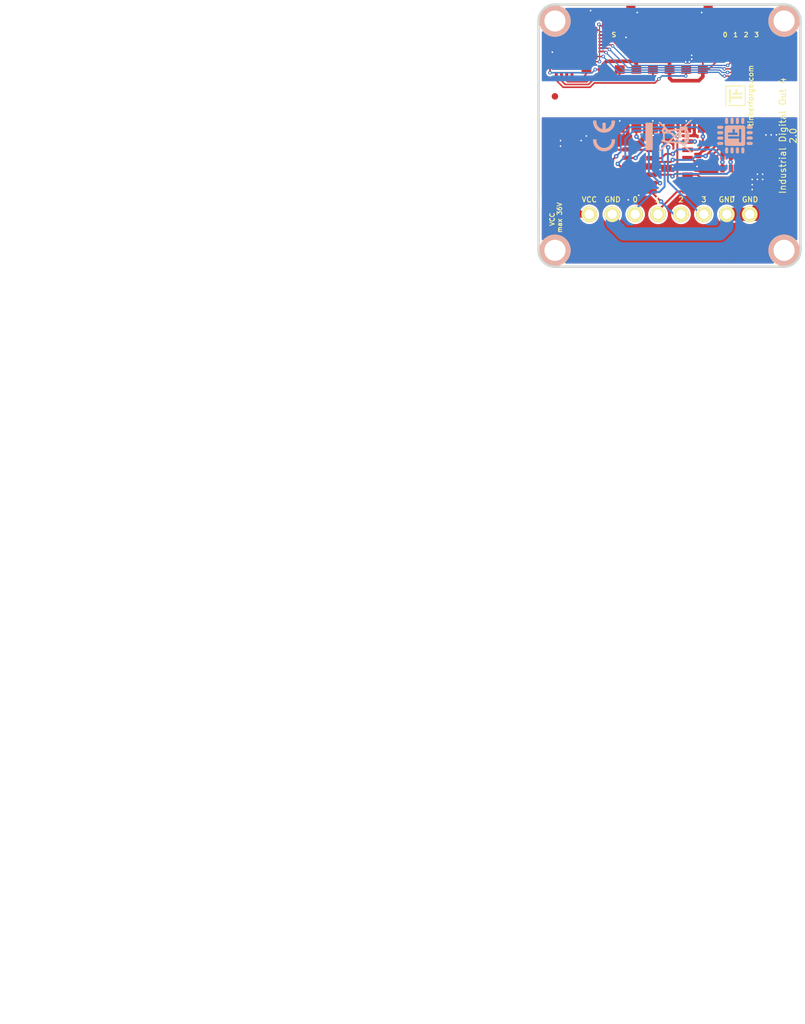
<source format=kicad_pcb>
(kicad_pcb (version 20211014) (generator pcbnew)
  (title_block (title "Industrial Digital Out 4 Bricklet 2.0") (date "2023-01-30") (rev "2.0") (company "Tinkerforge GmbH") (comment 1 "Licensed under CERN OHL v.1.1") (comment 2 "Copyright (©) 2023, T.Schneidermann <tim@tinkerforge.com>"))
  (layers (0 "F.Cu" signal "Front") (31 "B.Cu" signal "Back") (34 "B.Paste" user) (35 "F.Paste" user) (36 "B.SilkS" user "B.Silkscreen") (37 "F.SilkS" user "F.Silkscreen") (38 "B.Mask" user) (39 "F.Mask" user) (44 "Edge.Cuts" user))
  (net 0 "")
  (net 1 "3V3")
  (net 2 "AGND")
  (net 3 "GND")
  (net 4 "OUTPUT1")
  (net 5 "OUTPUT2")
  (net 6 "OUTPUT3")
  (net 7 "OUTPUT4")
  (net 8 "VPP")
  (net 9 "Net-(D1-Pad2)")
  (net 10 "Net-(P1-Pad1)")
  (net 11 "Net-(P1-Pad4)")
  (net 12 "Net-(P1-Pad5)")
  (net 13 "Net-(P1-Pad6)")
  (net 14 "Net-(P2-Pad2)")
  (net 15 "Net-(P2-Pad3)")
  (net 16 "Net-(P2-Pad4)")
  (net 17 "Net-(P2-Pad5)")
  (net 18 "Net-(P2-Pad6)")
  (net 19 "Net-(RP2-Pad1)")
  (net 20 "Net-(RP2-Pad2)")
  (net 21 "Net-(RP2-Pad3)")
  (net 22 "Net-(RP2-Pad4)")
  (net 23 "Net-(RP3-Pad1)")
  (net 24 "Net-(RP3-Pad2)")
  (net 25 "Net-(RP3-Pad3)")
  (net 26 "Net-(RP3-Pad4)")
  (net 27 "Net-(C4-Pad1)")
  (net 28 "Net-(D2-Pad2)")
  (net 29 "Net-(P3-Pad1)")
  (net 30 "Net-(P4-Pad2)")
  (net 31 "Net-(R2-Pad1)")
  (net 32 "S-MISO")
  (net 33 "S-MOSI")
  (net 34 "S-CLK")
  (net 35 "S-CS")
  (net 36 "Net-(U1-Pad3)")
  (net 37 "Net-(U1-Pad5)")
  (net 38 "Net-(U1-Pad6)")
  (net 39 "Net-(U1-Pad8)")
  (net 40 "Net-(U1-Pad4)")
  (net 41 "Net-(D3-Pad2)")
  (net 42 "Net-(D4-Pad2)")
  (net 43 "Net-(D5-Pad2)")
  (net 44 "Net-(D6-Pad2)")
  (net 45 "Net-(RP6-Pad1)")
  (net 46 "Net-(RP6-Pad2)")
  (net 47 "Net-(RP6-Pad3)")
  (net 48 "Net-(RP6-Pad4)")
  (net 49 "Net-(RP1-Pad1)")
  (net 50 "Net-(RP1-Pad2)")
  (net 51 "Net-(RP1-Pad3)")
  (net 52 "Net-(RP1-Pad4)")
  (net 53 "Net-(U1-Pad15)")
  (net 54 "Net-(U1-Pad16)")
  (footprint "kicad-libraries:Fiducial_Mark" (layer "F.Cu") (at 98.5 68)
    (fp_text reference "Fiducial_Mark" hide)
    (fp_text value "VAL**" hide)
  )
  (footprint "kicad-libraries:Fiducial_Mark" (layer "F.Cu") (at 133 44)
    (fp_text reference "Fiducial_Mark" hide)
    (fp_text value "VAL**" hide)
  )
  (footprint "kicad-libraries:Logo_31x31" (layer "F.Cu") (at 125.50106 53.5008 90)
    (fp_text reference "G***" hide)
    (fp_text value "Logo_31x31" hide)
  )
  (footprint "kicad-libraries:DEBUG_PAD" (layer "F.Cu") (at 105.5 40.2)
    (fp_text reference "P3")
    (fp_text value "DEBUG")
  )
  (footprint "kicad-libraries:QFN24-4x4mm-0.5mm" (layer "F.Cu") (at 104.6 43.9 -90)
    (fp_text reference "U1")
    (fp_text value "XMC1100")
  )
  (footprint "kicad-libraries:C0805" (layer "F.Cu") (at 118.9 44.5)
    (fp_text reference "C1")
    (fp_text value "10uF")
  )
  (footprint "kicad-libraries:C0805" (layer "F.Cu") (at 112.2 65.1 -90)
    (fp_text reference "C2")
    (fp_text value "100nF")
  )
  (footprint "kicad-libraries:ELKO_83" (layer "F.Cu") (at 101.9 62.2 -90)
    (fp_text reference "C3")
    (fp_text value "68µF/50V")
  )
  (footprint "kicad-libraries:C0402F" (layer "F.Cu") (at 111.6 43 180)
    (fp_text reference "C4")
    (fp_text value "220pF")
  )
  (footprint "kicad-libraries:C0603F" (layer "F.Cu") (at 118.9 46)
    (fp_text reference "C5")
    (fp_text value "1uF")
  )
  (footprint "kicad-libraries:C0603F" (layer "F.Cu") (at 99.8 44.5 180)
    (fp_text reference "C6")
    (fp_text value "100nF")
  )
  (footprint "kicad-libraries:MiniMelf" (layer "F.Cu") (at 132.5 60.8 90)
    (fp_text reference "D1")
    (fp_text value "Z12V")
  )
  (footprint "kicad-libraries:D0603F" (layer "F.Cu") (at 108.5 40.5 90)
    (fp_text reference "D2")
    (fp_text value "blue")
  )
  (footprint "kicad-libraries:D0603F" (layer "F.Cu") (at 125.5 40.5 -90)
    (fp_text reference "D3")
    (fp_text value "blue")
  )
  (footprint "kicad-libraries:D0603F" (layer "F.Cu") (at 127.1 40.5 -90)
    (fp_text reference "D4")
    (fp_text value "blue")
  )
  (footprint "kicad-libraries:D0603F" (layer "F.Cu") (at 128.7 40.5 -90)
    (fp_text reference "D5")
    (fp_text value "blue")
  )
  (footprint "kicad-libraries:D0603F" (layer "F.Cu") (at 130.3 40.5 -90)
    (fp_text reference "D6")
    (fp_text value "blue")
  )
  (footprint "kicad-libraries:CON-SENSOR2" (layer "F.Cu") (at 117 38 180)
    (fp_text reference "P1")
    (fp_text value "CON-SENSOR2")
  )
  (footprint "kicad-libraries:OQ_8P" (layer "F.Cu") (at 117 70)
    (fp_text reference "P2")
    (fp_text value "Digital Output")
  )
  (footprint "kicad-libraries:SolderJumper" (layer "F.Cu") (at 103.8 39.4 -90)
    (fp_text reference "P4")
    (fp_text value "BOOT")
  )
  (footprint "kicad-libraries:SOT23GDS" (layer "F.Cu") (at 132.2 66.7)
    (fp_text reference "Q1")
    (fp_text value "FDN5630")
  )
  (footprint "kicad-libraries:R0603F" (layer "F.Cu") (at 130.6 61.7 -90)
    (fp_text reference "R1")
    (fp_text value "100k")
  )
  (footprint "kicad-libraries:R0603F" (layer "F.Cu") (at 107.1 40.5 90)
    (fp_text reference "R2")
    (fp_text value "1k")
  )
  (footprint "kicad-libraries:0603X4" (layer "F.Cu") (at 100.9 48.1 180)
    (fp_text reference "RP1")
    (fp_text value "1k")
  )
  (footprint "kicad-libraries:1206X4" (layer "F.Cu") (at 108.8 62 90)
    (fp_text reference "RP2")
    (fp_text value "12k")
  )
  (footprint "kicad-libraries:1206X4" (layer "F.Cu") (at 127 59.5)
    (fp_text reference "RP3")
    (fp_text value "10k")
  )
  (footprint "kicad-libraries:1206X4" (layer "F.Cu") (at 127 64.6)
    (fp_text reference "RP4")
    (fp_text value "10k")
  )
  (footprint "kicad-libraries:4X0402" (layer "F.Cu") (at 111.8 44.7 90)
    (fp_text reference "RP5")
    (fp_text value "82")
  )
  (footprint "kicad-libraries:0603X4" (layer "F.Cu") (at 127.9 44.9 180)
    (fp_text reference "RP6")
    (fp_text value "1k")
  )
  (footprint "kicad-libraries:OPTO-SMD16" (layer "F.Cu") (at 113.2 52.4 180)
    (fp_text reference "U2")
    (fp_text value "LTV846S")
  )
  (footprint "kicad-libraries:SOP14" (layer "F.Cu") (at 116.99996 62.7 -90)
    (fp_text reference "U3")
    (fp_text value "OPA4171AIDR")
  )
  (footprint "kicad-libraries:DRILL_NP" (layer "F.Cu") (at 134.5 40.5)
    (fp_text reference "U4" hide)
    (fp_text value "DRILL" hide)
  )
  (footprint "kicad-libraries:DRILL_NP" (layer "F.Cu") (at 134.5 75.5)
    (fp_text reference "U5" hide)
    (fp_text value "DRILL" hide)
  )
  (footprint "kicad-libraries:DRILL_NP" (layer "F.Cu") (at 99.5 75.5)
    (fp_text reference "U6" hide)
    (fp_text value "DRILL" hide)
  )
  (footprint "kicad-libraries:DRILL_NP" (layer "F.Cu") (at 99.5 40.5)
    (fp_text reference "U7" hide)
    (fp_text value "DRILL" hide)
  )
  (footprint "kicad-libraries:Fiducial_Mark" (layer "F.Cu") (at 99.5 52)
    (fp_text reference "Fiducial_Mark" hide)
    (fp_text value "VAL**" hide)
  )
  (footprint "kicad-libraries:WEEE_7mm" (layer "B.Cu") (at 116.90106 58.1008 90)
    (fp_text reference "VAL" hide)
    (fp_text value "WEEE_7mm" hide)
  )
  (footprint "kicad-libraries:CE_5mm" (layer "B.Cu") (at 107.00106 58.0008 90)
    (fp_text reference "VAL" hide)
    (fp_text value "CE_5mm" hide)
  )
  (footprint "kicad-libraries:Logo_CoMCU" (layer "B.Cu") (at 127.00106 58.0008 90)
    (fp_text reference "G***" hide)
    (fp_text value "LOGO" hide)
  )
  (gr_arc (start 99.5 78) (mid 97.732233 77.267767) (end 97 75.5) (layer "Edge.Cuts") (width 0.381))
  (gr_line (start 99.5 38) (end 134.5 38) (layer "Edge.Cuts") (width 0.381))
  (gr_arc (start 137 75.5) (mid 136.267767 77.267767) (end 134.5 78) (layer "Edge.Cuts") (width 0.381))
  (gr_line (start 97 75.5) (end 97 40.5) (layer "Edge.Cuts") (width 0.381))
  (gr_arc (start 97 40.5) (mid 97.732233 38.732233) (end 99.5 38) (layer "Edge.Cuts") (width 0.381))
  (gr_line (start 134.5 78) (end 99.5 78) (layer "Edge.Cuts") (width 0.381))
  (gr_line (start 137 40.5) (end 137 75.5) (layer "Edge.Cuts") (width 0.381))
  (gr_arc (start 134.5 38) (mid 136.267767 38.732233) (end 137 40.5) (layer "Edge.Cuts") (width 0.381))
  (gr_text "GND" (at 125.75026 67.75102) (layer "F.SilkS") (effects (font (size 0.8001 0.8001) (thickness 0.14986))))
  (gr_text "S" (at 108.50106 42.6008) (layer "F.SilkS") (effects (font (size 0.7 0.7))))
  (gr_text "3" (at 122.25014 67.75102) (layer "F.SilkS") (effects (font (size 0.8001 0.8001) (thickness 0.14986))))
  (gr_text "0" (at 125.50106 42.6008) (layer "F.SilkS") (effects (font (size 0.7 0.7))))
  (gr_text "Industrial Digital Out 4\n2.0" (at 135.09106 58.0108 90) (layer "F.SilkS") (effects (font (size 1 1))))
  (gr_text "3\n" (at 130.29984 42.6008) (layer "F.SilkS") (effects (font (size 0.7 0.7))))
  (gr_text "GND" (at 129.30118 67.75102) (layer "F.SilkS") (effects (font (size 0.8001 0.8001) (thickness 0.14986))))
  (gr_text "VCC" (at 104.74954 67.75102) (layer "F.SilkS") (effects (font (size 0.8001 0.8001) (thickness 0.14986))))
  (gr_text "1" (at 115.15084 67.75102) (layer "F.SilkS") (effects (font (size 0.8001 0.8001) (thickness 0.14986))))
  (gr_text "GND" (at 108.30046 67.75102) (layer "F.SilkS") (effects (font (size 0.8001 0.8001) (thickness 0.14986))))
  (gr_text "0" (at 111.74978 67.75102) (layer "F.SilkS") (effects (font (size 0.8001 0.8001) (thickness 0.14986))))
  (gr_text "tinkerforge.com" (at 129.40106 51.9008 90) (layer "F.SilkS") (effects (font (size 0.8001 0.8001) (thickness 0.14986))))
  (gr_text "2" (at 118.75002 67.75102) (layer "F.SilkS") (effects (font (size 0.8001 0.8001) (thickness 0.14986))))
  (gr_text "1" (at 127.09984 42.6008) (layer "F.SilkS") (effects (font (size 0.7 0.7))))
  (gr_text "2" (at 128.69984 42.6008) (layer "F.SilkS") (effects (font (size 0.7 0.7))))
  (gr_text "VCC \nmax 36V" (at 99.64922 70.4993 90) (layer "F.SilkS") (effects (font (size 0.70104 0.70104) (thickness 0.14986))))
  (segment (start 128.69984 39.7508) (end 127.09984 39.7508) (width 0.55) (layer "F.Cu") (net 1))
  (segment (start 127.09984 39.7508) (end 125.49984 39.7508) (width 0.55) (layer "F.Cu") (net 1))
  (segment (start 117.40984 46.0008) (end 117.00758 46.40306) (width 0.55) (layer "F.Cu") (net 1))
  (segment (start 117.00758 46.40306) (end 117.00758 47.90092) (width 0.55) (layer "F.Cu") (net 1))
  (segment (start 118.24984 43.6308) (end 117.89908 43.98156) (width 0.55) (layer "F.Cu") (net 1))
  (segment (start 117.89908 43.98156) (end 117.89908 44.5008) (width 0.55) (layer "F.Cu") (net 1))
  (segment (start 117.89908 45.15004) (end 118.14984 45.4008) (width 0.55) (layer "F.Cu") (net 1))
  (segment (start 118.14984 45.4008) (end 118.14984 46.0008) (width 0.55) (layer "F.Cu") (net 1))
  (segment (start 106.85266 47.16798) (end 107.36984 46.6508) (width 0.55) (layer "F.Cu") (net 1))
  (segment (start 107.36984 46.6508) (end 111.61984 46.6508) (width 0.55) (layer "F.Cu") (net 1))
  (segment (start 111.61984 46.6508) (end 111.93266 46.96362) (width 0.55) (layer "F.Cu") (net 1))
  (segment (start 111.93266 46.96362) (end 111.93266 47.90092) (width 0.55) (layer "F.Cu") (net 1))
  (segment (start 116.75984 46.6508) (end 117.00758 46.40306) (width 0.55) (layer "F.Cu") (net 1))
  (segment (start 117.00758 49.22854) (end 117.38984 49.6108) (width 0.55) (layer "F.Cu") (net 1))
  (segment (start 117.38984 49.6108) (end 121.47984 49.6108) (width 0.55) (layer "F.Cu") (net 1))
  (segment (start 121.47984 49.6108) (end 122.08758 49.00306) (width 0.55) (layer "F.Cu") (net 1))
  (segment (start 122.08758 49.00306) (end 122.08758 47.90092) (width 0.55) (layer "F.Cu") (net 1))
  (segment (start 122.95972 47.90092) (end 124.51984 46.3408) (width 0.25) (layer "F.Cu") (net 1))
  (segment (start 124.51984 46.3408) (end 124.51984 40.1408) (width 0.25) (layer "F.Cu") (net 1))
  (segment (start 124.51984 40.1408) (end 124.90984 39.7508) (width 0.25) (layer "F.Cu") (net 1))
  (segment (start 124.90984 39.7508) (end 125.49984 39.7508) (width 0.25) (layer "F.Cu") (net 1))
  (segment (start 101.64984 44.1508) (end 101.26984 44.5308) (width 0.25) (layer "F.Cu") (net 1))
  (segment (start 101.26984 44.5308) (end 100.59984 44.5308) (width 0.25) (layer "F.Cu") (net 1))
  (segment (start 121.57984 41.2508) (end 122.08758 41.75854) (width 0.25) (layer "F.Cu") (net 1))
  (segment (start 122.08758 41.75854) (end 122.08758 47.90092) (width 0.25) (layer "F.Cu") (net 1))
  (segment (start 105.67094 47.90092) (end 105.66106 47.9108) (width 0.25) (layer "F.Cu") (net 1))
  (segment (start 98.74106 48.3908) (end 98.75106 48.3808) (width 0.25) (layer "F.Cu") (net 1))
  (segment (start 98.75106 48.3808) (end 98.75106 46.9308) (width 0.25) (layer "F.Cu") (net 1))
  (segment (start 98.75106 46.9308) (end 100.59984 45.08202) (width 0.25) (layer "F.Cu") (net 1))
  (segment (start 100.59984 45.08202) (end 100.59984 44.5308) (width 0.25) (layer "F.Cu") (net 1))
  (segment (start 111.61984 46.6508) (end 116.75984 46.6508) (width 0.55) (layer "F.Cu") (net 1))
  (segment (start 130.29984 39.7508) (end 128.69984 39.7508) (width 0.55) (layer "F.Cu") (net 1))
  (segment (start 102.57484 44.1508) (end 101.64984 44.1508) (width 0.25) (layer "F.Cu") (net 1))
  (segment (start 122.08758 47.90092) (end 122.95972 47.90092) (width 0.25) (layer "F.Cu") (net 1))
  (segment (start 108.49984 41.2508) (end 121.57984 41.2508) (width 0.25) (layer "F.Cu") (net 1))
  (segment (start 106.85266 47.90092) (end 106.85266 47.16798) (width 0.55) (layer "F.Cu") (net 1))
  (segment (start 118.24984 42.6008) (end 118.24984 43.6308) (width 0.55) (layer "F.Cu") (net 1))
  (segment (start 117.89908 44.5008) (end 117.89908 45.15004) (width 0.55) (layer "F.Cu") (net 1))
  (segment (start 118.14984 46.0008) (end 117.40984 46.0008) (width 0.55) (layer "F.Cu") (net 1))
  (segment (start 106.85266 47.90092) (end 105.67094 47.90092) (width 0.25) (layer "F.Cu") (net 1))
  (segment (start 117.00758 47.90092) (end 117.00758 49.22854) (width 0.55) (layer "F.Cu") (net 1))
  (via (at 98.74106 48.3908) (size 0.55) (drill 0.25) (layers "F.Cu" "B.Cu") (net 1))
  (via (at 105.66106 47.9108) (size 0.55) (drill 0.25) (layers "F.Cu" "B.Cu") (net 1))
  (segment (start 105.66106 47.9108) (end 105.18106 48.3908) (width 0.25) (layer "B.Cu") (net 1))
  (segment (start 105.18106 48.3908) (end 98.74106 48.3908) (width 0.25) (layer "B.Cu") (net 1))
  (segment (start 125.07706 66.92584) (end 125.07706 66.17654) (width 0.29972) (layer "F.Cu") (net 2))
  (segment (start 125.43012 67.2789) (end 125.07706 66.92584) (width 0.29972) (layer "F.Cu") (net 2))
  (segment (start 112.25016 66.15082) (end 112.25016 67.04998) (width 1.00076) (layer "F.Cu") (net 2))
  (segment (start 100.35026 58.74926) (end 101.89966 58.74926) (width 0.29972) (layer "F.Cu") (net 2))
  (segment (start 128.07934 66.17654) (end 128.88198 66.17654) (width 0.29972) (layer "F.Cu") (net 2))
  (segment (start 119.54758 56.8976) (end 119.54758 55.75206) (width 0.29972) (layer "F.Cu") (net 2))
  (segment (start 129.62874 66.22988) (end 129.62874 65.8819) (width 0.29972) (layer "F.Cu") (net 2))
  (segment (start 114.46758 55.7673) (end 114.46758 56.8976) (width 0.29972) (layer "F.Cu") (net 2))
  (segment (start 114.46758 57.91614) (end 114.46758 56.8976) (width 0.29972) (layer "F.Cu") (net 2))
  (segment (start 131.22894 63.88038) (end 131.22894 64.68048) (width 1.00076) (layer "F.Cu") (net 2))
  (segment (start 109.39266 56.8976) (end 109.39266 55.75714) (width 0.29972) (layer "F.Cu") (net 2))
  (segment (start 111.39926 67.10078) (end 110.70076 67.79928) (width 1.00076) (layer "F.Cu") (net 2))
  (segment (start 132.52942 57.8809) (end 132.52942 58.92992) (width 1.00076) (layer "F.Cu") (net 2))
  (segment (start 132.52942 57.8809) (end 133.32952 57.8809) (width 1.00076) (layer "F.Cu") (net 2))
  (segment (start 104.31266 58.03806) (end 104.31266 56.8976) (width 0.29972) (layer "F.Cu") (net 2))
  (segment (start 114.4498 55.74952) (end 114.46758 55.7673) (width 0.29972) (layer "F.Cu") (net 2))
  (segment (start 127.59166 67.2789) (end 126.82966 67.2789) (width 0.29972) (layer "F.Cu") (net 2))
  (segment (start 126.34706 67.26112) (end 126.32928 67.2789) (width 0.29972) (layer "F.Cu") (net 2))
  (segment (start 100.35026 59.60016) (end 100.35026 58.74926) (width 0.29972) (layer "F.Cu") (net 2))
  (segment (start 129.62874 65.48058) (end 129.62874 64.68048) (width 1.00076) (layer "F.Cu") (net 2))
  (segment (start 129.62874 64.68048) (end 130.42884 64.68048) (width 1.00076) (layer "F.Cu") (net 2))
  (segment (start 126.34706 66.17654) (end 126.34706 67.26112) (width 0.29972) (layer "F.Cu") (net 2))
  (segment (start 126.32928 67.2789) (end 125.43012 67.2789) (width 0.29972) (layer "F.Cu") (net 2))
  (segment (start 119.74824 62.69896) (end 121.20112 62.69896) (width 0.29972) (layer "F.Cu") (net 2))
  (segment (start 109.39266 55.75714) (end 109.40028 55.74952) (width 0.29972) (layer "F.Cu") (net 2))
  (segment (start 114.5006 57.94916) (end 114.46758 57.91614) (width 0.29972) (layer "F.Cu") (net 2))
  (segment (start 130.42884 63.88038) (end 131.22894 63.88038) (width 1.00076) (layer "F.Cu") (net 2))
  (segment (start 101.89966 58.74926) (end 103.49986 58.74926) (width 0.29972) (layer "F.Cu") (net 2))
  (segment (start 126.34706 66.17654) (end 127.61198 66.17654) (width 0.29972) (layer "F.Cu") (net 2))
  (segment (start 129.62874 65.8819) (end 129.3341 66.17654) (width 1.00076) (layer "F.Cu") (net 2))
  (segment (start 131.72932 57.8809) (end 132.52942 57.8809) (width 1.00076) (layer "F.Cu") (net 2))
  (segment (start 128.88198 67.02744) (end 128.88198 66.17654) (width 0.29972) (layer "F.Cu") (net 2))
  (segment (start 131.24164 65.66346) (end 131.24164 64.69318) (width 1.00076) (layer "F.Cu") (net 2))
  (segment (start 116.05 62.69896) (end 115.54962 63.19934) (width 0.29972) (layer "F.Cu") (net 2))
  (segment (start 130.42884 64.68048) (end 130.42884 63.88038) (width 1.00076) (layer "F.Cu") (net 2))
  (segment (start 128.6102 67.29922) (end 128.88198 67.02744) (width 0.29972) (layer "F.Cu") (net 2))
  (segment (start 112.30096 67.10078) (end 111.39926 67.10078) (width 1.00076) (layer "F.Cu") (net 2))
  (segment (start 129.3341 66.17654) (end 128.88198 66.17654) (width 1.00076) (layer "F.Cu") (net 2))
  (segment (start 131.24164 64.69318) (end 131.22894 64.68048) (width 1.00076) (layer "F.Cu") (net 2))
  (segment (start 117.50034 62.69896) (end 116.05 62.69896) (width 0.29972) (layer "F.Cu") (net 2))
  (segment (start 127.61198 66.17654) (end 128.07934 66.17654) (width 0.29972) (layer "F.Cu") (net 2))
  (segment (start 127.61198 67.29922) (end 127.59166 67.2789) (width 0.29972) (layer "F.Cu") (net 2))
  (segment (start 126.82966 67.2789) (end 126.32928 67.2789) (width 0.29972) (layer "F.Cu") (net 2))
  (segment (start 127.61198 67.29922) (end 128.6102 67.29922) (width 0.29972) (layer "F.Cu") (net 2))
  (segment (start 112.25016 67.04998) (end 112.30096 67.10078) (width 1.00076) (layer "F.Cu") (net 2))
  (segment (start 119.54758 55.75206) (end 119.55012 55.74952) (width 0.29972) (layer "F.Cu") (net 2))
  (segment (start 125.07706 66.17654) (end 126.34706 66.17654) (width 0.29972) (layer "F.Cu") (net 2))
  (segment (start 126.34706 67.26112) (end 126.32928 67.2789) (width 0.29972) (layer "F.Cu") (net 2))
  (segment (start 127.61198 66.17654) (end 127.61198 67.29922) (width 0.29972) (layer "F.Cu") (net 2))
  (segment (start 104.29996 58.05076) (end 104.31266 58.03806) (width 0.29972) (layer "F.Cu") (net 2))
  (via (at 131.22894 63.88038) (size 0.70104) (drill 0.24892) (layers "F.Cu" "B.Cu") (net 2))
  (via (at 132.52942 57.8809) (size 0.70104) (drill 0.24892) (layers "F.Cu" "B.Cu") (net 2))
  (via (at 114.5006 57.94916) (size 0.70104) (drill 0.24892) (layers "F.Cu" "B.Cu") (net 2))
  (via (at 117.50034 62.69896) (size 0.70104) (drill 0.24892) (layers "F.Cu" "B.Cu") (net 2))
  (via (at 129.62874 66.22988) (size 0.70104) (drill 0.24892) (layers "F.Cu" "B.Cu") (net 2))
  (via (at 126.82966 67.2789) (size 0.70104) (drill 0.24892) (layers "F.Cu" "B.Cu") (net 2))
  (via (at 109.40028 55.74952) (size 0.70104) (drill 0.24892) (layers "F.Cu" "B.Cu") (net 2))
  (via (at 100.35026 59.60016) (size 0.70104) (drill 0.24892) (layers "F.Cu" "B.Cu") (net 2))
  (via (at 100.35026 58.74926) (size 0.70104) (drill 0.24892) (layers "F.Cu" "B.Cu") (net 2))
  (via (at 104.29996 58.05076) (size 0.70104) (drill 0.24892) (layers "F.Cu" "B.Cu") (net 2))
  (via (at 119.55012 55.74952) (size 0.70104) (drill 0.24892) (layers "F.Cu" "B.Cu") (net 2))
  (via (at 130.42884 64.68048) (size 0.70104) (drill 0.24892) (layers "F.Cu" "B.Cu") (net 2))
  (via (at 130.42884 63.88038) (size 0.70104) (drill 0.24892) (layers "F.Cu" "B.Cu") (net 2))
  (via (at 133.32952 57.8809) (size 0.70104) (drill 0.24892) (layers "F.Cu" "B.Cu") (net 2))
  (via (at 129.62874 65.48058) (size 0.70104) (drill 0.24892) (layers "F.Cu" "B.Cu") (net 2))
  (via (at 131.22894 64.68048) (size 0.70104) (drill 0.24892) (layers "F.Cu" "B.Cu") (net 2))
  (via (at 110.70076 67.79928) (size 0.70104) (drill 0.24892) (layers "F.Cu" "B.Cu") (net 2))
  (via (at 129.62874 64.68048) (size 0.70104) (drill 0.24892) (layers "F.Cu" "B.Cu") (net 2))
  (via (at 103.49986 58.74926) (size 0.70104) (drill 0.24892) (layers "F.Cu" "B.Cu") (net 2))
  (via (at 112.30096 67.10078) (size 0.70104) (drill 0.24892) (layers "F.Cu" "B.Cu") (net 2))
  (via (at 121.20112 62.69896) (size 0.70104) (drill 0.24892) (layers "F.Cu" "B.Cu") (net 2))
  (via (at 115.54962 63.19934) (size 0.70104) (drill 0.24892) (layers "F.Cu" "B.Cu") (net 2))
  (via (at 114.4498 55.74952) (size 0.70104) (drill 0.24892) (layers "F.Cu" "B.Cu") (net 2))
  (via (at 131.72932 57.8809) (size 0.70104) (drill 0.24892) (layers "F.Cu" "B.Cu") (net 2))
  (segment (start 130.39804 55.74952) (end 132.52942 57.8809) (width 1) (layer "B.Cu") (net 2))
  (segment (start 104.19836 58.05076) (end 104.29996 58.05076) (width 0.29972) (layer "B.Cu") (net 2))
  (segment (start 128.14106 55.74952) (end 130.39804 55.74952) (width 1) (layer "B.Cu") (net 2))
  (segment (start 107.09904 58.05076) (end 104.29996 58.05076) (width 0.29972) (layer "B.Cu") (net 2))
  (segment (start 132.52942 57.8809) (end 132.52942 62.5799) (width 1.00076) (layer "B.Cu") (net 2))
  (segment (start 109.40028 55.74952) (end 114.4498 55.74952) (width 0.29972) (layer "B.Cu") (net 2))
  (segment (start 115.00098 62.6507) (end 115.00098 58.44954) (width 0.29972) (layer "B.Cu") (net 2))
  (segment (start 103.49986 65.19832) (end 103.49986 58.74926) (width 0.29972) (layer "B.Cu") (net 2))
  (segment (start 132.52942 62.5799) (end 131.22894 63.88038) (width 1.00076) (layer "B.Cu") (net 2))
  (segment (start 119.55012 55.74952) (end 114.4498 55.74952) (width 0.29972) (layer "B.Cu") (net 2))
  (segment (start 119.55012 55.74952) (end 128.14106 55.74952) (width 1.00076) (layer "B.Cu") (net 2))
  (segment (start 130.37804 55.72952) (end 132.52942 57.8809) (width 1.00076) (layer "B.Cu") (net 2))
  (segment (start 103.49986 58.74926) (end 104.19836 58.05076) (width 0.29972) (layer "B.Cu") (net 2))
  (segment (start 129.62874 65.48058) (end 129.62874 66.22988) (width 0.29972) (layer "B.Cu") (net 2))
  (segment (start 115.00098 58.44954) (end 114.5006 57.94916) (width 0.29972) (layer "B.Cu") (net 2))
  (segment (start 110.70076 67.79928) (end 106.10082 67.79928) (width 0.29972) (layer "B.Cu") (net 2))
  (segment (start 115.54962 63.19934) (end 115.00098 62.6507) (width 0.29972) (layer "B.Cu") (net 2))
  (segment (start 109.40028 55.74952) (end 107.09904 58.05076) (width 0.29972) (layer "B.Cu") (net 2))
  (segment (start 106.10082 67.79928) (end 103.49986 65.19832) (width 0.29972) (layer "B.Cu") (net 2))
  (segment (start 117.50034 62.69896) (end 121.20112 62.69896) (width 0.29972) (layer "B.Cu") (net 2))
  (segment (start 119.49984 43.5508) (end 119.9006 43.95156) (width 0.55) (layer "F.Cu") (net 3))
  (segment (start 119.9006 43.95156) (end 119.9006 44.5008) (width 0.55) (layer "F.Cu") (net 3))
  (segment (start 119.9006 45.25004) (end 119.64984 45.5008) (width 0.55) (layer "F.Cu") (net 3))
  (segment (start 119.64984 45.5008) (end 119.64984 46.0008) (width 0.55) (layer "F.Cu") (net 3))
  (segment (start 105.24984 43.2508) (end 105.24984 44.5508) (width 0.4) (layer "F.Cu") (net 3))
  (segment (start 105.24984 44.5508) (end 103.94984 44.5508) (width 0.4) (layer "F.Cu") (net 3))
  (segment (start 103.94984 44.5508) (end 103.94984 43.2508) (width 0.4) (layer "F.Cu") (net 3))
  (segment (start 103.54984 43.6508) (end 103.94984 43.2508) (width 0.25) (layer "F.Cu") (net 3))
  (segment (start 99.34984 43.6508) (end 99.09984 43.9008) (width 0.25) (layer "F.Cu") (net 3))
  (segment (start 99.09984 43.9008) (end 99.09984 44.5308) (width 0.25) (layer "F.Cu") (net 3))
  (segment (start 99.09984 45.25958) (end 99.10106 45.2608) (width 0.55) (layer "F.Cu") (net 3))
  (segment (start 104.15106 38.9108) (end 104.31106 39.0708) (width 0.2) (layer "F.Cu") (net 3))
  (segment (start 104.31106 39.0708) (end 104.31106 39.2408) (width 0.2) (layer "F.Cu") (net 3))
  (segment (start 104.31106 39.2408) (end 104.31106 39.1858) (width 0.2) (layer "F.Cu") (net 3))
  (segment (start 103.32106 38.9108) (end 103.19106 39.0408) (width 0.2) (layer "F.Cu") (net 3))
  (segment (start 103.19106 39.0408) (end 103.19106 39.2008) (width 0.2) (layer "F.Cu") (net 3))
  (segment (start 103.19106 39.2008) (end 103.21106 39.1858) (width 0.2) (layer "F.Cu") (net 3))
  (segment (start 120.13106 46.0008) (end 120.38106 45.7508) (width 0.55) (layer "F.Cu") (net 3))
  (segment (start 120.39106 46.3108) (end 120.08106 46.0008) (width 0.55) (layer "F.Cu") (net 3))
  (segment (start 120.03106 46.7208) (end 119.64984 46.33958) (width 0.55) (layer "F.Cu") (net 3))
  (segment (start 119.64984 46.55202) (end 119.47106 46.7308) (width 0.55) (layer "F.Cu") (net 3))
  (segment (start 120.02106 46.7308) (end 120.03106 46.7208) (width 0.55) (layer "F.Cu") (net 3))
  (segment (start 120.03106 46.6708) (end 120.39106 46.3108) (width 0.55) (layer "F.Cu") (net 3))
  (segment (start 120.38106 46.3008) (end 120.39106 46.3108) (width 0.55) (layer "F.Cu") (net 3))
  (segment (start 119.89984 45.7508) (end 119.64984 46.0008) (width 0.55) (layer "F.Cu") (net 3))
  (segment (start 111.09984 39.2008) (end 112.07984 39.2008) (width 0.55) (layer "F.Cu") (net 3))
  (segment (start 120.38106 45.7508) (end 120.38106 46.3008) (width 0.55) (layer "F.Cu") (net 3))
  (segment (start 119.64984 46.0008) (end 120.08106 46.0008) (width 0.55) (layer "F.Cu") (net 3))
  (segment (start 103.76106 38.9108) (end 104.94106 38.9108) (width 0.2) (layer "F.Cu") (net 3))
  (segment (start 119.9006 44.5008) (end 119.9006 45.25004) (width 0.55) (layer "F.Cu") (net 3))
  (segment (start 102.57484 43.6508) (end 99.34984 43.6508) (width 0.25) (layer "F.Cu") (net 3))
  (segment (start 119.64984 46.0008) (end 120.13106 46.0008) (width 0.55) (layer "F.Cu") (net 3))
  (segment (start 119.47106 46.17958) (end 119.47106 46.7308) (width 0.55) (layer "F.Cu") (net 3))
  (segment (start 99.09984 44.5308) (end 99.09984 45.25958) (width 0.55) (layer "F.Cu") (net 3))
  (segment (start 119.47106 46.7308) (end 120.02106 46.7308) (width 0.55) (layer "F.Cu") (net 3))
  (segment (start 120.38106 45.7508) (end 119.89984 45.7508) (width 0.55) (layer "F.Cu") (net 3))
  (segment (start 120.03106 46.7208) (end 120.03106 46.6708) (width 0.55) (layer "F.Cu") (net 3))
  (segment (start 103.94984 43.2508) (end 105.24984 43.2508) (width 0.4) (layer "F.Cu") (net 3))
  (segment (start 103.76106 38.9108) (end 104.15106 38.9108) (width 0.2) (layer "F.Cu") (net 3))
  (segment (start 103.76106 38.9108) (end 103.32106 38.9108) (width 0.2) (layer "F.Cu") (net 3))
  (segment (start 110.99984 43.0008) (end 110.34984 43.0008) (width 0.55) (layer "F.Cu") (net 3))
  (segment (start 119.64984 46.0008) (end 119.64984 46.33958) (width 0.55) (layer "F.Cu") (net 3))
  (segment (start 102.57484 43.6508) (end 103.54984 43.6508) (width 0.25) (layer "F.Cu") (net 3))
  (segment (start 119.49984 42.6008) (end 119.49984 43.5508) (width 0.55) (layer "F.Cu") (net 3))
  (segment (start 119.64984 46.55202) (end 119.64984 46.0008) (width 0.55) (layer "F.Cu") (net 3))
  (segment (start 122.89984 39.2008) (end 121.91984 39.2008) (width 0.55) (layer "F.Cu") (net 3))
  (via (at 104.94106 38.9108) (size 0.55) (drill 0.25) (layers "F.Cu" "B.Cu") (net 3))
  (via (at 112.07984 39.2008) (size 0.55) (drill 0.25) (layers "F.Cu" "B.Cu") (net 3))
  (via (at 121.91984 39.2008) (size 0.55) (drill 0.25) (layers "F.Cu" "B.Cu") (net 3))
  (via (at 120.38106 45.7508) (size 0.55) (drill 0.25) (layers "F.Cu" "B.Cu") (net 3))
  (via (at 120.03106 46.7208) (size 0.55) (drill 0.25) (layers "F.Cu" "B.Cu") (net 3))
  (via (at 119.47106 46.7308) (size 0.55) (drill 0.25) (layers "F.Cu" "B.Cu") (net 3))
  (via (at 99.10106 45.2608) (size 0.55) (drill 0.25) (layers "F.Cu" "B.Cu") (net 3))
  (via (at 110.34984 43.0008) (size 0.55) (drill 0.25) (layers "F.Cu" "B.Cu") (net 3))
  (via (at 120.39106 46.3108) (size 0.55) (drill 0.25) (layers "F.Cu" "B.Cu") (net 3))
  (segment (start 102.09872 46.62314) (end 102.32106 46.4008) (width 0.2) (layer "F.Cu") (net 4))
  (segment (start 102.32106 46.4008) (end 102.72106 46.4008) (width 0.2) (layer "F.Cu") (net 4))
  (segment (start 102.72106 46.4008) (end 103.14106 46.8208) (width 0.2) (layer "F.Cu") (net 4))
  (segment (start 103.14106 46.8208) (end 103.63106 46.8208) (width 0.2) (layer "F.Cu") (net 4))
  (segment (start 103.63106 46.8208) (end 103.84984 46.60202) (width 0.2) (layer "F.Cu") (net 4))
  (segment (start 103.84984 46.60202) (end 103.84984 45.9258) (width 0.2) (layer "F.Cu") (net 4))
  (segment (start 102.09872 47.2999) (end 102.09872 46.62314) (width 0.2) (layer "F.Cu") (net 4))
  (segment (start 102.14484 45.9258) (end 101.29862 46.77202) (width 0.2) (layer "F.Cu") (net 5))
  (segment (start 101.29862 46.77202) (end 101.29862 47.2999) (width 0.2) (layer "F.Cu") (net 5))
  (segment (start 103.34984 45.9258) (end 102.14484 45.9258) (width 0.2) (layer "F.Cu") (net 5))
  (segment (start 102.10106 45.1508) (end 100.50106 46.7508) (width 0.2) (layer "F.Cu") (net 6))
  (segment (start 100.50106 46.7508) (end 100.50106 47.2999) (width 0.2) (layer "F.Cu") (net 6))
  (segment (start 102.57484 45.1508) (end 102.10106 45.1508) (width 0.2) (layer "F.Cu") (net 6))
  (segment (start 99.70096 46.8509) (end 99.70096 47.2999) (width 0.2) (layer "F.Cu") (net 7))
  (segment (start 99.70096 46.8009) (end 101.85106 44.6508) (width 0.2) (layer "F.Cu") (net 7))
  (segment (start 101.85106 44.6508) (end 102.57484 44.6508) (width 0.2) (layer "F.Cu") (net 7))
  (segment (start 99.70096 47.2999) (end 99.70096 46.8009) (width 0.2) (layer "F.Cu") (net 7))
  (segment (start 124.52842 57.88344) (end 124.0002 58.41166) (width 0.3) (layer "F.Cu") (net 8))
  (segment (start 124.0002 58.41166) (end 124.0002 58.90166) (width 0.3) (layer "F.Cu") (net 8))
  (segment (start 126.1337 57.88344) (end 125.28534 57.88344) (width 0.29972) (layer "F.Cu") (net 8))
  (segment (start 130.6295 58.87912) (end 129.63382 57.88344) (width 0.29972) (layer "F.Cu") (net 8))
  (segment (start 113.10106 62.69896) (end 112.25016 63.54986) (width 1.00076) (layer "F.Cu") (net 8))
  (segment (start 101.89966 68.50032) (end 101.89966 65.7495) (width 1.00076) (layer "F.Cu") (net 8))
  (segment (start 126.34706 57.88344) (end 126.1337 57.88344) (width 0.29972) (layer "F.Cu") (net 8))
  (segment (start 107.15238 60.14626) (end 107.15238 61.41626) (width 0.50038) (layer "F.Cu") (net 8))
  (segment (start 128.88198 57.88344) (end 128.42478 57.88344) (width 0.29972) (layer "F.Cu") (net 8))
  (segment (start 107.15238 63.95118) (end 107.15238 64.45156) (width 0.50038) (layer "F.Cu") (net 8))
  (segment (start 107.15238 61.41626) (end 107.15238 62.68118) (width 0.50038) (layer "F.Cu") (net 8))
  (segment (start 103.4008 70.00146) (end 101.89966 68.50032) (width 1.00076) (layer "F.Cu") (net 8))
  (segment (start 112.2019 64.1493) (end 111.25194 65.09926) (width 1.00076) (layer "F.Cu") (net 8))
  (segment (start 117.19808 62.00046) (end 117.4978 61.70074) (width 0.29972) (layer "F.Cu") (net 8))
  (segment (start 115.59788 62.00046) (end 117.19808 62.00046) (width 0.29972) (layer "F.Cu") (net 8))
  (segment (start 104.74954 70.00146) (end 103.4008 70.00146) (width 1.00076) (layer "F.Cu") (net 8))
  (segment (start 125.07706 57.88344) (end 124.52842 57.88344) (width 0.3) (layer "F.Cu") (net 8))
  (segment (start 107.15238 62.68118) (end 107.15238 63.95118) (width 0.50038) (layer "F.Cu") (net 8))
  (segment (start 125.28534 57.88344) (end 125.07706 57.88344) (width 0.29972) (layer "F.Cu") (net 8))
  (segment (start 107.80008 65.09926) (end 107.14984 65.7495) (width 1.00076) (layer "F.Cu") (net 8))
  (segment (start 124.0002 59.59762) (end 124.0002 58.90166) (width 0.29972) (layer "F.Cu") (net 8))
  (segment (start 117.4978 61.70074) (end 117.50034 61.70074) (width 0.29972) (layer "F.Cu") (net 8))
  (segment (start 111.25194 65.09926) (end 107.80008 65.09926) (width 1.00076) (layer "F.Cu") (net 8))
  (segment (start 107.14984 65.7495) (end 101.89966 65.7495) (width 1.00076) (layer "F.Cu") (net 8))
  (segment (start 107.15238 64.45156) (end 107.80008 65.09926) (width 0.50038) (layer "F.Cu") (net 8))
  (segment (start 129.63382 57.88344) (end 128.88198 57.88344) (width 0.29972) (layer "F.Cu") (net 8))
  (segment (start 128.42478 57.88344) (end 127.61198 57.88344) (width 0.29972) (layer "F.Cu") (net 8))
  (segment (start 122.49906 61.09876) (end 124.0002 59.59762) (width 0.29972) (layer "F.Cu") (net 8))
  (segment (start 127.61198 57.88344) (end 126.34706 57.88344) (width 0.29972) (layer "F.Cu") (net 8))
  (segment (start 130.6295 60.88064) (end 130.6295 58.87912) (width 0.29972) (layer "F.Cu") (net 8))
  (segment (start 114.25168 62.69896) (end 113.10106 62.69896) (width 1.00076) (layer "F.Cu") (net 8))
  (segment (start 114.89938 62.69896) (end 115.59788 62.00046) (width 0.29972) (layer "F.Cu") (net 8))
  (segment (start 114.25168 62.69896) (end 114.89938 62.69896) (width 0.29972) (layer "F.Cu") (net 8))
  (segment (start 112.25016 63.54986) (end 112.25016 64.1493) (width 1.00076) (layer "F.Cu") (net 8))
  (segment (start 112.25016 64.1493) (end 112.2019 64.1493) (width 1.00076) (layer "F.Cu") (net 8))
  (via (at 117.50034 61.70074) (size 0.70104) (drill 0.24892) (layers "F.Cu" "B.Cu") (net 8))
  (via (at 122.49906 61.09876) (size 0.70104) (drill 0.24892) (layers "F.Cu" "B.Cu") (net 8))
  (segment (start 121.003 61.09876) (end 122.49906 61.09876) (width 0.29972) (layer "B.Cu") (net 8))
  (segment (start 120.40102 61.70074) (end 121.003 61.09876) (width 0.29972) (layer "B.Cu") (net 8))
  (segment (start 117.50034 61.70074) (end 120.40102 61.70074) (width 0.29972) (layer "B.Cu") (net 8))
  (segment (start 130.77682 62.62816) (end 130.6295 62.48084) (width 0.29972) (layer "F.Cu") (net 9))
  (segment (start 133.01964 65.66346) (end 133.01964 63.11838) (width 0.29972) (layer "F.Cu") (net 9))
  (segment (start 132.52942 62.62816) (end 130.77682 62.62816) (width 0.29972) (layer "F.Cu") (net 9))
  (segment (start 133.01964 63.11838) (end 132.52942 62.62816) (width 0.29972) (layer "F.Cu") (net 9))
  (segment (start 116.99984 44.2508) (end 115.80054 45.4501) (width 0.2) (layer "F.Cu") (net 11))
  (segment (start 115.80054 45.4501) (end 112.37484 45.4501) (width 0.2) (layer "F.Cu") (net 11))
  (segment (start 116.99984 42.6008) (end 116.99984 44.2508) (width 0.2) (layer "F.Cu") (net 11))
  (segment (start 115.74984 44.1508) (end 114.95092 44.94972) (width 0.2) (layer "F.Cu") (net 12))
  (segment (start 114.95092 44.94972) (end 112.37484 44.94972) (width 0.2) (layer "F.Cu") (net 12))
  (segment (start 115.74984 42.6008) (end 115.74984 44.1508) (width 0.2) (layer "F.Cu") (net 12))
  (segment (start 114.49984 43.9008) (end 113.94876 44.45188) (width 0.2) (layer "F.Cu") (net 13))
  (segment (start 113.94876 44.45188) (end 112.37484 44.45188) (width 0.2) (layer "F.Cu") (net 13))
  (segment (start 114.49984 42.6008) (end 114.49984 43.9008) (width 0.2) (layer "F.Cu") (net 13))
  (segment (start 129.25038 70.00146) (end 130.31464 70.00146) (width 1.99898) (layer "F.Cu") (net 14))
  (segment (start 129.84464 69.98146) (end 132.13064 67.69546) (width 1.99898) (layer "F.Cu") (net 14))
  (segment (start 125.75026 70.00146) (end 129.25038 70.00146) (width 1.99898) (layer "F.Cu") (net 14))
  (segment (start 125.75026 71.94964) (end 125.75026 70.00146) (width 1.99898) (layer "B.Cu") (net 14))
  (segment (start 109.99972 72.99866) (end 124.70124 72.99866) (width 1.99898) (layer "B.Cu") (net 14))
  (segment (start 108.24966 71.2486) (end 109.99972 72.99866) (width 1.99898) (layer "B.Cu") (net 14))
  (segment (start 108.24966 70.00146) (end 108.24966 71.2486) (width 1.99898) (layer "B.Cu") (net 14))
  (segment (start 124.70124 72.99866) (end 125.75026 71.94964) (width 1.99898) (layer "B.Cu") (net 14))
  (segment (start 120.8506 58.89912) (end 120.84298 58.8915) (width 0.29972) (layer "F.Cu") (net 15))
  (segment (start 120.84298 58.8915) (end 119.74824 58.8915) (width 0.29972) (layer "F.Cu") (net 15))
  (via (at 120.8506 58.89912) (size 0.70104) (drill 0.24892) (layers "F.Cu" "B.Cu") (net 15))
  (segment (start 114.44726 66.6004) (end 115.44802 66.6004) (width 0.29972) (layer "B.Cu") (net 15))
  (segment (start 111.74978 69.29788) (end 114.44726 66.6004) (width 0.29972) (layer "B.Cu") (net 15))
  (segment (start 115.90014 59.64842) (end 116.64944 58.89912) (width 0.29972) (layer "B.Cu") (net 15))
  (segment (start 111.74978 70.00146) (end 111.74978 69.29788) (width 0.29972) (layer "B.Cu") (net 15))
  (segment (start 116.64944 58.89912) (end 120.8506 58.89912) (width 0.29972) (layer "B.Cu") (net 15))
  (segment (start 115.90014 61.8506) (end 115.90014 59.64842) (width 0.29972) (layer "B.Cu") (net 15))
  (segment (start 116.25066 62.20112) (end 115.90014 61.8506) (width 0.29972) (layer "B.Cu") (net 15))
  (segment (start 115.44802 66.6004) (end 116.25066 65.79776) (width 0.29972) (layer "B.Cu") (net 15))
  (segment (start 116.25066 65.79776) (end 116.25066 62.20112) (width 0.29972) (layer "B.Cu") (net 15))
  (segment (start 115.2499 69.45028) (end 115.2499 70.00146) (width 0.29972) (layer "F.Cu") (net 16))
  (segment (start 118.19376 66.50642) (end 115.2499 69.45028) (width 0.29972) (layer "F.Cu") (net 16))
  (segment (start 119.74824 66.50642) (end 118.19376 66.50642) (width 0.29972) (layer "F.Cu") (net 16))
  (segment (start 115.69948 68.05074) (end 114.25168 66.60294) (width 0.29972) (layer "F.Cu") (net 17))
  (segment (start 114.25168 66.60294) (end 114.25168 66.50642) (width 0.29972) (layer "F.Cu") (net 17))
  (via (at 115.69948 68.05074) (size 0.70104) (drill 0.24892) (layers "F.Cu" "B.Cu") (net 17))
  (segment (start 117.6502 70.00146) (end 115.69948 68.05074) (width 0.29972) (layer "B.Cu") (net 17))
  (segment (start 118.75002 70.00146) (end 117.6502 70.00146) (width 0.29972) (layer "B.Cu") (net 17))
  (segment (start 116.7993 59.80082) (end 115.88998 58.8915) (width 0.29972) (layer "F.Cu") (net 18))
  (segment (start 115.88998 58.8915) (end 114.25168 58.8915) (width 0.29972) (layer "F.Cu") (net 18))
  (via (at 116.7993 59.80082) (size 0.70104) (drill 0.24892) (layers "F.Cu" "B.Cu") (net 18))
  (segment (start 116.75104 61.40102) (end 116.75104 61.0505) (width 0.29972) (layer "B.Cu") (net 18))
  (segment (start 122.25014 70.00146) (end 121.80056 70.00146) (width 0.29972) (layer "B.Cu") (net 18))
  (segment (start 121.80056 70.00146) (end 116.75104 64.95194) (width 0.29972) (layer "B.Cu") (net 18))
  (segment (start 116.75104 64.95194) (end 116.75104 61.40102) (width 0.29972) (layer "B.Cu") (net 18))
  (segment (start 116.75104 61.0505) (end 116.75104 59.84908) (width 0.29972) (layer "B.Cu") (net 18))
  (segment (start 116.75104 59.84908) (end 116.7993 59.80082) (width 0.29972) (layer "B.Cu") (net 18))
  (segment (start 109.15136 63.95118) (end 108.35126 63.15108) (width 0.29972) (layer "F.Cu") (net 19))
  (segment (start 122.08758 59.3614) (end 122.08758 58.14982) (width 0.29972) (layer "F.Cu") (net 19))
  (segment (start 110.3477 63.95118) (end 109.15136 63.95118) (width 0.29972) (layer "F.Cu") (net 19))
  (segment (start 122.10028 58.14982) (end 122.08758 58.14982) (width 0.29972) (layer "F.Cu") (net 19))
  (segment (start 122.08758 58.14982) (end 122.10028 58.14982) (width 0.29972) (layer "F.Cu") (net 19))
  (segment (start 108.35126 61.6474) (end 108.8491 61.14956) (width 0.29972) (layer "F.Cu") (net 19))
  (segment (start 121.28748 60.1615) (end 122.08758 59.3614) (width 0.29972) (layer "F.Cu") (net 19))
  (segment (start 108.35126 63.15108) (end 108.35126 61.6474) (width 0.29972) (layer "F.Cu") (net 19))
  (segment (start 122.10028 58.14982) (end 122.08758 58.14982) (width 0.29972) (layer "F.Cu") (net 19))
  (segment (start 119.74824 60.1615) (end 121.28748 60.1615) (width 0.29972) (layer "F.Cu") (net 19))
  (segment (start 122.08758 58.14982) (end 122.08758 56.8976) (width 0.29972) (layer "F.Cu") (net 19))
  (via (at 108.8491 61.14956) (size 0.70104) (drill 0.24892) (layers "F.Cu" "B.Cu") (net 19))
  (via (at 122.10028 58.14982) (size 0.70104) (drill 0.24892) (layers "F.Cu" "B.Cu") (net 19))
  (segment (start 111.00048 56.69948) (end 109.55014 58.14982) (width 0.29972) (layer "B.Cu") (net 19))
  (segment (start 113.79956 56.69948) (end 121.20112 56.69948) (width 0.29972) (layer "B.Cu") (net 19))
  (segment (start 113.79956 56.69948) (end 111.00048 56.69948) (width 0.29972) (layer "B.Cu") (net 19))
  (segment (start 109.55014 60.44852) (end 109.55014 58.14982) (width 0.29972) (layer "B.Cu") (net 19))
  (segment (start 121.20112 56.69948) (end 122.10028 57.59864) (width 0.29972) (layer "B.Cu") (net 19))
  (segment (start 108.8491 61.14956) (end 109.55014 60.44852) (width 0.29972) (layer "B.Cu") (net 19))
  (segment (start 122.10028 57.59864) (end 122.10028 58.14982) (width 0.29972) (layer "B.Cu") (net 19))
  (segment (start 118.19884 64.49982) (end 118.19884 58.08886) (width 0.29972) (layer "F.Cu") (net 20))
  (segment (start 118.19884 58.08886) (end 117.00758 56.8976) (width 0.29972) (layer "F.Cu") (net 20))
  (segment (start 118.93544 65.23642) (end 118.19884 64.49982) (width 0.29972) (layer "F.Cu") (net 20))
  (segment (start 118.19884 58.09902) (end 118.19884 58.08886) (width 0.29972) (layer "F.Cu") (net 20))
  (segment (start 109.48156 62.68118) (end 109.10056 62.30018) (width 0.29972) (layer "F.Cu") (net 20))
  (segment (start 119.74824 65.23642) (end 118.93544 65.23642) (width 0.29972) (layer "F.Cu") (net 20))
  (segment (start 110.3477 62.68118) (end 109.48156 62.68118) (width 0.29972) (layer "F.Cu") (net 20))
  (via (at 118.19884 58.09902) (size 0.70104) (drill 0.24892) (layers "F.Cu" "B.Cu") (net 20))
  (via (at 109.10056 62.30018) (size 0.70104) (drill 0.24892) (layers "F.Cu" "B.Cu") (net 20))
  (segment (start 110.25118 58.50034) (end 111.55166 57.19986) (width 0.29972) (layer "B.Cu") (net 20))
  (segment (start 117.29968 57.19986) (end 118.19884 58.09902) (width 0.29972) (layer "B.Cu") (net 20))
  (segment (start 110.25118 61.14956) (end 110.25118 58.50034) (width 0.29972) (layer "B.Cu") (net 20))
  (segment (start 109.10056 62.30018) (end 110.25118 61.14956) (width 0.29972) (layer "B.Cu") (net 20))
  (segment (start 111.55166 57.19986) (end 117.29968 57.19986) (width 0.29972) (layer "B.Cu") (net 20))
  (segment (start 111.93266 58.13204) (end 111.93266 56.8976) (width 0.29972) (layer "F.Cu") (net 21))
  (segment (start 115.53692 65.23642) (end 115.54962 65.24912) (width 0.29972) (layer "F.Cu") (net 21))
  (segment (start 111.95044 58.14982) (end 111.93266 58.13204) (width 0.29972) (layer "F.Cu") (net 21))
  (segment (start 110.3477 61.41626) (end 111.78534 61.41626) (width 0.29972) (layer "F.Cu") (net 21))
  (segment (start 114.25168 65.23642) (end 115.53692 65.23642) (width 0.29972) (layer "F.Cu") (net 21))
  (segment (start 111.78534 61.41626) (end 111.80058 61.40102) (width 0.29972) (layer "F.Cu") (net 21))
  (via (at 111.80058 61.40102) (size 0.70104) (drill 0.24892) (layers "F.Cu" "B.Cu") (net 21))
  (via (at 115.54962 65.24912) (size 0.70104) (drill 0.24892) (layers "F.Cu" "B.Cu") (net 21))
  (via (at 111.95044 58.14982) (size 0.70104) (drill 0.24892) (layers "F.Cu" "B.Cu") (net 21))
  (segment (start 113.85036 60.04974) (end 111.95044 58.14982) (width 0.29972) (layer "B.Cu") (net 21))
  (segment (start 113.85036 63.54986) (end 113.85036 60.04974) (width 0.29972) (layer "B.Cu") (net 21))
  (segment (start 115.54962 65.24912) (end 113.85036 63.54986) (width 0.29972) (layer "B.Cu") (net 21))
  (segment (start 113.79956 59.99894) (end 113.85036 60.04974) (width 0.29972) (layer "B.Cu") (net 21))
  (segment (start 111.80058 61.40102) (end 113.20266 59.99894) (width 0.29972) (layer "B.Cu") (net 21))
  (segment (start 113.20266 59.99894) (end 113.79956 59.99894) (width 0.29972) (layer "B.Cu") (net 21))
  (segment (start 108.89736 60.14626) (end 106.85266 58.10156) (width 0.29972) (layer "F.Cu") (net 22))
  (segment (start 110.36294 60.1615) (end 110.3477 60.14626) (width 0.29972) (layer "F.Cu") (net 22))
  (segment (start 114.25168 60.1615) (end 110.36294 60.1615) (width 0.29972) (layer "F.Cu") (net 22))
  (segment (start 106.85266 58.10156) (end 106.85266 56.8976) (width 0.29972) (layer "F.Cu") (net 22))
  (segment (start 110.3477 60.14626) (end 108.89736 60.14626) (width 0.29972) (layer "F.Cu") (net 22))
  (segment (start 115.76806 61.4315) (end 116.40052 60.79904) (width 0.29972) (layer "F.Cu") (net 23))
  (segment (start 125.0796 62.97868) (end 125.07706 62.98122) (width 0.29972) (layer "F.Cu") (net 23))
  (segment (start 125.0796 62.02872) (end 125.07706 62.02872) (width 0.29972) (layer "F.Cu") (net 23))
  (segment (start 114.25168 61.4315) (end 115.76806 61.4315) (width 0.29972) (layer "F.Cu") (net 23))
  (segment (start 125.0796 62.02872) (end 125.07706 62.02872) (width 0.29972) (layer "F.Cu") (net 23))
  (segment (start 116.40052 60.79904) (end 117.50034 60.79904) (width 0.29972) (layer "F.Cu") (net 23))
  (segment (start 125.07706 62.02872) (end 125.0796 62.02872) (width 0.29972) (layer "F.Cu") (net 23))
  (segment (start 125.0796 62.02872) (end 125.0796 62.97868) (width 0.29972) (layer "F.Cu") (net 23))
  (segment (start 125.0796 62.02872) (end 125.0796 61.0813) (width 0.29972) (layer "F.Cu") (net 23))
  (segment (start 125.0796 61.0813) (end 125.07706 61.07876) (width 0.29972) (layer "F.Cu") (net 23))
  (via (at 117.50034 60.79904) (size 0.70104) (drill 0.24892) (layers "F.Cu" "B.Cu") (net 23))
  (via (at 125.0796 62.02872) (size 0.70104) (drill 0.24892) (layers "F.Cu" "B.Cu") (net 23))
  (segment (start 124.15062 60.40124) (end 123.82992 60.08054) (width 0.29972) (layer "B.Cu") (net 23))
  (segment (start 122.86106 60.10054) (end 118.19884 60.10054) (width 0.29972) (layer "B.Cu") (net 23))
  (segment (start 123.8508 60.10054) (end 124.28106 60.5308) (width 0.3) (layer "B.Cu") (net 23))
  (segment (start 124.28106 60.5308) (end 124.28106 60.53168) (width 0.3) (layer "B.Cu") (net 23))
  (segment (start 124.28106 60.53168) (end 124.15062 60.40124) (width 0.29972) (layer "B.Cu") (net 23))
  (segment (start 118.19884 60.10054) (end 117.50034 60.79904) (width 0.29972) (layer "B.Cu") (net 23))
  (segment (start 122.86106 60.10054) (end 123.8508 60.10054) (width 0.3) (layer "B.Cu") (net 23))
  (segment (start 125.0796 62.02872) (end 125.0796 61.33022) (width 0.29972) (layer "B.Cu") (net 23))
  (segment (start 124.15062 60.40124) (end 123.82992 60.08054) (width 0.3) (layer "B.Cu") (net 23))
  (segment (start 125.0796 61.33022) (end 124.28106 60.53168) (width 0.29972) (layer "B.Cu") (net 23))
  (segment (start 126.32928 62.02872) (end 126.32928 62.96344) (width 0.29972) (layer "F.Cu") (net 24))
  (segment (start 114.25168 63.96642) (end 117.21586 63.96642) (width 0.29972) (layer "F.Cu") (net 24))
  (segment (start 117.21586 63.96642) (end 117.44954 64.2001) (width 0.29972) (layer "F.Cu") (net 24))
  (segment (start 126.32928 62.02872) (end 126.34706 62.02872) (width 0.29972) (layer "F.Cu") (net 24))
  (segment (start 126.34706 62.02872) (end 126.32928 62.02872) (width 0.29972) (layer "F.Cu") (net 24))
  (segment (start 126.32928 61.09654) (end 126.34706 61.07876) (width 0.29972) (layer "F.Cu") (net 24))
  (segment (start 126.32928 62.96344) (end 126.34706 62.98122) (width 0.29972) (layer "F.Cu") (net 24))
  (segment (start 126.32928 62.02872) (end 126.32928 61.09654) (width 0.29972) (layer "F.Cu") (net 24))
  (segment (start 126.32928 62.02872) (end 126.34706 62.02872) (width 0.29972) (layer "F.Cu") (net 24))
  (via (at 117.44954 64.2001) (size 0.70104) (drill 0.24892) (layers "F.Cu" "B.Cu") (net 24))
  (via (at 126.32928 62.02872) (size 0.70104) (drill 0.24892) (layers "F.Cu" "B.Cu") (net 24))
  (segment (start 117.82006 63.82958) (end 117.44954 64.2001) (width 0.3) (layer "B.Cu") (net 24))
  (segment (start 125.78064 63.82958) (end 117.82006 63.82958) (width 0.3) (layer "B.Cu") (net 24))
  (segment (start 126.32928 63.28094) (end 126.32928 62.02872) (width 0.29972) (layer "B.Cu") (net 24))
  (segment (start 117.44954 64.2001) (end 117.80006 63.84958) (width 0.29972) (layer "B.Cu") (net 24))
  (segment (start 125.78064 63.82958) (end 126.32928 63.28094) (width 0.29972) (layer "B.Cu") (net 24))
  (segment (start 125.29106 64.38076) (end 127.12938 64.38076) (width 0.29972) (layer "F.Cu") (net 25))
  (segment (start 121.6815 64.38076) (end 121.26716 63.96642) (width 0.3) (layer "F.Cu") (net 25))
  (segment (start 122.15106 64.38076) (end 121.6815 64.38076) (width 0.3) (layer "F.Cu") (net 25))
  (segment (start 127.61198 62.98122) (end 127.61198 61.07876) (width 0.29972) (layer "F.Cu") (net 25))
  (segment (start 121.26716 63.96642) (end 119.74824 63.96642) (width 0.29972) (layer "F.Cu") (net 25))
  (segment (start 127.61198 63.89816) (end 127.61198 62.98122) (width 0.29972) (layer "F.Cu") (net 25))
  (segment (start 127.12938 64.38076) (end 127.61198 63.89816) (width 0.29972) (layer "F.Cu") (net 25))
  (segment (start 125.29106 64.38076) (end 122.15106 64.38076) (width 0.3) (layer "F.Cu") (net 25))
  (segment (start 128.88198 60.07172) (end 128.54106 59.7308) (width 0.3) (layer "F.Cu") (net 26))
  (segment (start 128.54106 59.7308) (end 124.78106 59.7308) (width 0.3) (layer "F.Cu") (net 26))
  (segment (start 124.78106 59.7308) (end 123.24106 61.2708) (width 0.3) (layer "F.Cu") (net 26))
  (segment (start 123.24106 61.2708) (end 123.24106 61.5508) (width 0.3) (layer "F.Cu") (net 26))
  (segment (start 123.24106 61.5508) (end 122.893 61.89886) (width 0.3) (layer "F.Cu") (net 26))
  (segment (start 122.893 61.89886) (end 120.79726 61.89886) (width 0.29972) (layer "F.Cu") (net 26))
  (segment (start 128.88198 61.07876) (end 128.88198 62.98122) (width 0.29972) (layer "F.Cu") (net 26))
  (segment (start 128.88198 61.07876) (end 128.88198 60.07172) (width 0.3) (layer "F.Cu") (net 26))
  (segment (start 119.74824 61.4315) (end 120.3299 61.4315) (width 0.29972) (layer "F.Cu") (net 26))
  (segment (start 120.79726 61.89886) (end 120.3299 61.4315) (width 0.29972) (layer "F.Cu") (net 26))
  (segment (start 112.89984 43.0008) (end 113.24984 42.6508) (width 0.2) (layer "F.Cu") (net 27))
  (segment (start 113.24984 42.6508) (end 113.24984 42.6008) (width 0.2) (layer "F.Cu") (net 27))
  (segment (start 112.29984 43.8765) (end 112.37484 43.9515) (width 0.2) (layer "F.Cu") (net 27))
  (segment (start 112.29984 43.0008) (end 112.29984 43.8765) (width 0.2) (layer "F.Cu") (net 27))
  (segment (start 112.29984 43.0008) (end 112.89984 43.0008) (width 0.2) (layer "F.Cu") (net 27))
  (segment (start 108.49984 39.7508) (end 107.09984 39.7508) (width 0.55) (layer "F.Cu") (net 28))
  (segment (start 105.34984 40.37202) (end 105.51106 40.2108) (width 0.2) (layer "F.Cu") (net 29))
  (segment (start 105.34984 41.8758) (end 105.34984 40.37202) (width 0.2) (layer "F.Cu") (net 29))
  (segment (start 103.76106 40.2708) (end 102.48106 41.5508) (width 0.2) (layer "F.Cu") (net 30))
  (segment (start 102.48106 41.5508) (end 102.48106 42.55702) (width 0.2) (layer "F.Cu") (net 30))
  (segment (start 102.48106 42.55702) (end 102.57484 42.6508) (width 0.2) (layer "F.Cu") (net 30))
  (segment (start 103.76106 39.8908) (end 103.79106 39.9208) (width 0.2) (layer "F.Cu") (net 30))
  (segment (start 103.79106 39.9208) (end 103.76106 39.9608) (width 0.2) (layer "F.Cu") (net 30))
  (segment (start 103.76106 39.5608) (end 103.76106 39.8908) (width 0.2) (layer "F.Cu") (net 30))
  (segment (start 103.76106 39.5608) (end 103.76106 40.2708) (width 0.2) (layer "F.Cu") (net 30))
  (segment (start 106.44106 41.2508) (end 106.20106 41.0108) (width 0.2) (layer "F.Cu") (net 31))
  (segment (start 106.31106 46.7008) (end 106.30106 46.7108) (width 0.2) (layer "F.Cu") (net 31))
  (segment (start 106.30106 46.7108) (end 105.50106 46.7108) (width 0.2) (layer "F.Cu") (net 31))
  (segment (start 105.50106 46.7108) (end 105.34984 46.55958) (width 0.2) (layer "F.Cu") (net 31))
  (segment (start 105.34984 46.55958) (end 105.34984 45.9258) (width 0.2) (layer "F.Cu") (net 31))
  (segment (start 107.09984 41.2508) (end 106.44106 41.2508) (width 0.2) (layer "F.Cu") (net 31))
  (via (at 106.20106 41.0108) (size 0.55) (drill 0.25) (layers "F.Cu" "B.Cu") (net 31))
  (via (at 106.31106 46.7008) (size 0.55) (drill 0.25) (layers "F.Cu" "B.Cu") (net 31))
  (segment (start 106.20106 41.0108) (end 106.31106 41.1208) (width 0.2) (layer "B.Cu") (net 31))
  (segment (start 106.31106 41.1208) (end 106.31106 46.7008) (width 0.2) (layer "B.Cu") (net 31))
  (segment (start 110.50054 43.9515) (end 108.69984 42.1508) (width 0.2) (layer "F.Cu") (net 32))
  (segment (start 108.69984 42.1508) (end 106.39984 42.1508) (width 0.2) (layer "F.Cu") (net 32))
  (segment (start 106.39984 42.1508) (end 106.12484 41.8758) (width 0.2) (layer "F.Cu") (net 32))
  (segment (start 106.12484 41.8758) (end 105.84984 41.8758) (width 0.2) (layer "F.Cu") (net 32))
  (segment (start 111.22484 43.9515) (end 110.50054 43.9515) (width 0.2) (layer "F.Cu") (net 32))
  (segment (start 108.54984 42.6508) (end 110.35092 44.45188) (width 0.2) (layer "F.Cu") (net 33))
  (segment (start 110.35092 44.45188) (end 111.22484 44.45188) (width 0.2) (layer "F.Cu") (net 33))
  (segment (start 106.62484 42.6508) (end 108.54984 42.6508) (width 0.2) (layer "F.Cu") (net 33))
  (segment (start 108.49984 43.1508) (end 110.29876 44.94972) (width 0.2) (layer "F.Cu") (net 34))
  (segment (start 110.29876 44.94972) (end 111.22484 44.94972) (width 0.2) (layer "F.Cu") (net 34))
  (segment (start 106.62484 43.1508) (end 108.49984 43.1508) (width 0.2) (layer "F.Cu") (net 34))
  (segment (start 108.44984 43.6508) (end 110.24914 45.4501) (width 0.2) (layer "F.Cu") (net 35))
  (segment (start 110.24914 45.4501) (end 111.22484 45.4501) (width 0.2) (layer "F.Cu") (net 35))
  (segment (start 106.62484 43.6508) (end 108.44984 43.6508) (width 0.2) (layer "F.Cu") (net 35))
  (segment (start 126.69218 43.71192) (end 126.35106 43.3708) (width 0.2) (layer "F.Cu") (net 41))
  (segment (start 126.35106 43.3708) (end 125.81106 43.3708) (width 0.2) (layer "F.Cu") (net 41))
  (segment (start 125.81106 43.3708) (end 125.49984 43.05958) (width 0.2) (layer "F.Cu") (net 41))
  (segment (start 125.49984 43.05958) (end 125.49984 41.2508) (width 0.2) (layer "F.Cu") (net 41))
  (segment (start 126.69218 44.0999) (end 126.69218 43.71192) (width 0.2) (layer "F.Cu") (net 41))
  (segment (start 127.49228 43.58202) (end 127.09984 43.18958) (width 0.2) (layer "F.Cu") (net 42))
  (segment (start 127.09984 43.18958) (end 127.09984 41.2508) (width 0.2) (layer "F.Cu") (net 42))
  (segment (start 127.49228 44.0999) (end 127.49228 43.58202) (width 0.2) (layer "F.Cu") (net 42))
  (segment (start 128.28984 43.55202) (end 128.69984 43.14202) (width 0.2) (layer "F.Cu") (net 43))
  (segment (start 128.69984 43.14202) (end 128.69984 41.2508) (width 0.2) (layer "F.Cu") (net 43))
  (segment (start 128.28984 44.0999) (end 128.28984 43.55202) (width 0.2) (layer "F.Cu") (net 43))
  (segment (start 129.08994 43.59192) (end 129.35106 43.3308) (width 0.2) (layer "F.Cu") (net 44))
  (segment (start 129.35106 43.3308) (end 130.04106 43.3308) (width 0.2) (layer "F.Cu") (net 44))
  (segment (start 130.04106 43.3308) (end 130.29984 43.07202) (width 0.2) (layer "F.Cu") (net 44))
  (segment (start 130.29984 43.07202) (end 130.29984 41.2508) (width 0.2) (layer "F.Cu") (net 44))
  (segment (start 129.08994 44.0999) (end 129.08994 43.59192) (width 0.2) (layer "F.Cu") (net 44))
  (segment (start 108.15984 44.1508) (end 108.30984 44.3008) (width 0.2) (layer "F.Cu") (net 45))
  (segment (start 126.69045 46.48019) (end 126.70096 46.46968) (width 0.2) (layer "F.Cu") (net 45))
  (segment (start 126.69045 45.80343) (end 126.69218 45.8017) (width 0.2) (layer "F.Cu") (net 45))
  (segment (start 125.87106 47.2808) (end 125.88045 47.29019) (width 0.2) (layer "F.Cu") (net 45))
  (segment (start 125.88045 47.29019) (end 126.69045 46.48019) (width 0.2) (layer "F.Cu") (net 45))
  (segment (start 126.69045 46.48019) (end 126.69045 45.80343) (width 0.2) (layer "F.Cu") (net 45))
  (segment (start 126.69045 45.80343) (end 126.69218 45.8017) (width 0.2) (layer "F.Cu") (net 45))
  (segment (start 126.69045 46.48019) (end 126.69045 45.80343) (width 0.2) (layer "F.Cu") (net 45))
  (segment (start 106.62484 44.1508) (end 108.15984 44.1508) (width 0.2) (layer "F.Cu") (net 45))
  (via (at 108.30984 44.3008) (size 0.55) (drill 0.25) (layers "F.Cu" "B.Cu") (net 45))
  (via (at 125.87106 47.2808) (size 0.55) (drill 0.25) (layers "F.Cu" "B.Cu") (net 45))
  (segment (start 108.30984 44.31958) (end 111.27106 47.2808) (width 0.2) (layer "B.Cu") (net 45))
  (segment (start 111.27106 47.2808) (end 125.87106 47.2808) (width 0.2) (layer "B.Cu") (net 45))
  (segment (start 108.30984 44.3008) (end 108.30984 44.31958) (width 0.2) (layer "B.Cu") (net 45))
  (segment (start 107.62984 44.6508) (end 107.81984 44.8408) (width 0.2) (layer "F.Cu") (net 46))
  (segment (start 127.50106 46.58958) (end 127.50106 46.3317) (width 0.2) (layer "F.Cu") (net 46))
  (segment (start 127.50106 45.81048) (end 127.49228 45.8017) (width 0.2) (layer "F.Cu") (net 46))
  (segment (start 127.50106 46.58958) (end 127.50106 45.81048) (width 0.2) (layer "F.Cu") (net 46))
  (segment (start 127.50106 45.81048) (end 127.49228 45.8017) (width 0.2) (layer "F.Cu") (net 46))
  (segment (start 125.39106 47.8108) (end 126.27984 47.8108) (width 0.2) (layer "F.Cu") (net 46))
  (segment (start 126.27984 47.8108) (end 126.33106 47.75958) (width 0.2) (layer "F.Cu") (net 46))
  (segment (start 126.33106 47.75958) (end 127.50106 46.58958) (width 0.2) (layer "F.Cu") (net 46))
  (segment (start 127.50106 46.58958) (end 127.50106 45.81048) (width 0.2) (layer "F.Cu") (net 46))
  (segment (start 106.62484 44.6508) (end 107.62984 44.6508) (width 0.2) (layer "F.Cu") (net 46))
  (via (at 125.39106 47.8108) (size 0.55) (drill 0.25) (layers "F.Cu" "B.Cu") (net 46))
  (via (at 107.81984 44.8408) (size 0.55) (drill 0.25) (layers "F.Cu" "B.Cu") (net 46))
  (segment (start 107.84106 44.8408) (end 110.630922 47.630662) (width 0.2) (layer "B.Cu") (net 46))
  (segment (start 110.630922 47.630662) (end 124.47106 47.630662) (width 0.2) (layer "B.Cu") (net 46))
  (segment (start 124.990922 47.630662) (end 125.17106 47.8108) (width 0.2) (layer "B.Cu") (net 46))
  (segment (start 125.17106 47.8108) (end 125.39106 47.8108) (width 0.2) (layer "B.Cu") (net 46))
  (segment (start 124.47106 47.630662) (end 124.990922 47.630662) (width 0.2) (layer "B.Cu") (net 46))
  (segment (start 107.81984 44.8408) (end 107.84106 44.8408) (width 0.2) (layer "B.Cu") (net 46))
  (segment (start 107.13984 45.1508) (end 107.29984 45.3108) (width 0.2) (layer "F.Cu") (net 47))
  (segment (start 128.29862 46.70202) (end 128.29862 46.4917) (width 0.2) (layer "F.Cu") (net 47))
  (segment (start 128.29862 45.81048) (end 128.28984 45.8017) (width 0.2) (layer "F.Cu") (net 47))
  (segment (start 125.87106 48.3508) (end 125.88106 48.3408) (width 0.2) (layer "F.Cu") (net 47))
  (segment (start 125.88106 48.3408) (end 126.65984 48.3408) (width 0.2) (layer "F.Cu") (net 47))
  (segment (start 126.65984 48.3408) (end 128.29862 46.70202) (width 0.2) (layer "F.Cu") (net 47))
  (segment (start 106.62484 45.1508) (end 107.13984 45.1508) (width 0.2) (layer "F.Cu") (net 47))
  (segment (start 128.29862 46.70202) (end 128.29862 45.81048) (width 0.2) (layer "F.Cu") (net 47))
  (via (at 107.29984 45.3108) (size 0.55) (drill 0.25) (layers "F.Cu" "B.Cu") (net 47))
  (via (at 125.87106 48.3508) (size 0.55) (drill 0.25) (layers "F.Cu" "B.Cu") (net 47))
  (segment (start 107.29984 45.31958) (end 109.960784 47.980524) (width 0.2) (layer "B.Cu") (net 47))
  (segment (start 109.960784 47.980524) (end 124.660784 47.980524) (width 0.2) (layer "B.Cu") (net 47))
  (segment (start 124.660784 47.980524) (end 125.03106 48.3508) (width 0.2) (layer "B.Cu") (net 47))
  (segment (start 125.03106 48.3508) (end 125.87106 48.3508) (width 0.2) (layer "B.Cu") (net 47))
  (segment (start 107.29984 45.3108) (end 107.29984 45.31958) (width 0.2) (layer "B.Cu") (net 47))
  (segment (start 106.85484 45.9258) (end 106.85984 45.9208) (width 0.2) (layer "F.Cu") (net 48))
  (segment (start 129.09872 46.94192) (end 129.09872 46.9308) (width 0.2) (layer "F.Cu") (net 48))
  (segment (start 129.09872 46.9308) (end 129.09872 46.4917) (width 0.2) (layer "F.Cu") (net 48))
  (segment (start 129.09872 45.81048) (end 129.08994 45.8017) (width 0.2) (layer "F.Cu") (net 48))
  (segment (start 125.39106 48.8908) (end 125.40106 48.9008) (width 0.2) (layer "F.Cu") (net 48))
  (segment (start 125.40106 48.9008) (end 127.13984 48.9008) (width 0.2) (layer "F.Cu") (net 48))
  (segment (start 127.13984 48.9008) (end 129.09872 46.94192) (width 0.2) (layer "F.Cu") (net 48))
  (segment (start 129.09872 46.9308) (end 129.09872 45.81048) (width 0.2) (layer "F.Cu") (net 48))
  (segment (start 105.84984 45.9258) (end 106.85484 45.9258) (width 0.2) (layer "F.Cu") (net 48))
  (via (at 106.85984 45.9208) (size 0.55) (drill 0.25) (layers "F.Cu" "B.Cu") (net 48))
  (via (at 125.39106 48.8908) (size 0.55) (drill 0.25) (layers "F.Cu" "B.Cu") (net 48))
  (segment (start 106.85984 45.92958) (end 109.260646 48.330386) (width 0.2) (layer "B.Cu") (net 48))
  (segment (start 109.260646 48.330386) (end 124.500646 48.330386) (width 0.2) (layer "B.Cu") (net 48))
  (segment (start 124.500646 48.330386) (end 125.06106 48.8908) (width 0.2) (layer "B.Cu") (net 48))
  (segment (start 125.06106 48.8908) (end 125.39106 48.8908) (width 0.2) (layer "B.Cu") (net 48))
  (segment (start 106.85984 45.9208) (end 106.85984 45.92958) (width 0.2) (layer "B.Cu") (net 48))
  (segment (start 99.70096 49.5507) (end 100.76106 50.6108) (width 0.25) (layer "F.Cu") (net 49))
  (segment (start 100.76106 50.6108) (end 104.860922 50.6108) (width 0.25) (layer "F.Cu") (net 49))
  (segment (start 104.860922 50.6108) (end 105.520922 49.9508) (width 0.25) (layer "F.Cu") (net 49))
  (segment (start 105.520922 49.9508) (end 114.77106 49.9508) (width 0.25) (layer "F.Cu") (net 49))
  (segment (start 114.77106 49.9508) (end 115.37106 49.3508) (width 0.25) (layer "F.Cu") (net 49))
  (segment (start 119.48106 48.8908) (end 119.54758 48.82428) (width 0.25) (layer "F.Cu") (net 49))
  (segment (start 119.54758 48.82428) (end 119.54758 47.90092) (width 0.25) (layer "F.Cu") (net 49))
  (segment (start 99.70096 49.0017) (end 99.70096 49.5507) (width 0.25) (layer "F.Cu") (net 49))
  (via (at 119.48106 48.8908) (size 0.55) (drill 0.25) (layers "F.Cu" "B.Cu") (net 49))
  (via (at 115.37106 49.3508) (size 0.55) (drill 0.25) (layers "F.Cu" "B.Cu") (net 49))
  (segment (start 115.37106 49.3508) (end 115.83106 48.8908) (width 0.25) (layer "B.Cu") (net 49))
  (segment (start 115.83106 48.8908) (end 119.48106 48.8908) (width 0.25) (layer "B.Cu") (net 49))
  (segment (start 100.50106 49.6208) (end 101.06106 50.1808) (width 0.25) (layer "F.Cu") (net 50))
  (segment (start 101.06106 50.1808) (end 104.640922 50.1808) (width 0.25) (layer "F.Cu") (net 50))
  (segment (start 104.640922 50.1808) (end 105.320922 49.5008) (width 0.25) (layer "F.Cu") (net 50))
  (segment (start 105.320922 49.5008) (end 113.86106 49.5008) (width 0.25) (layer "F.Cu") (net 50))
  (segment (start 113.86106 49.5008) (end 114.46758 48.89428) (width 0.25) (layer "F.Cu") (net 50))
  (segment (start 114.46758 48.89428) (end 114.46758 47.90092) (width 0.25) (layer "F.Cu") (net 50))
  (segment (start 100.50106 49.0017) (end 100.50106 49.6208) (width 0.25) (layer "F.Cu") (net 50))
  (segment (start 109.20106 47.70932) (end 109.39266 47.90092) (width 0.3) (layer "F.Cu") (net 51))
  (segment (start 101.29862 49.63836) (end 101.43106 49.7708) (width 0.25) (layer "F.Cu") (net 51))
  (segment (start 101.43106 49.7708) (end 104.37106 49.7708) (width 0.25) (layer "F.Cu") (net 51))
  (segment (start 104.37106 49.7708) (end 105.06106 49.0808) (width 0.25) (layer "F.Cu") (net 51))
  (segment (start 105.06106 49.0808) (end 108.90106 49.0808) (width 0.25) (layer "F.Cu") (net 51))
  (segment (start 108.90106 49.0808) (end 109.39266 48.5892) (width 0.25) (layer "F.Cu") (net 51))
  (segment (start 109.39266 48.5892) (end 109.39266 47.90092) (width 0.25) (layer "F.Cu") (net 51))
  (segment (start 109.39266 47.90092) (end 109.0015 47.90092) (width 0.29972) (layer "F.Cu") (net 51))
  (segment (start 101.29862 49.0017) (end 101.29862 49.63836) (width 0.25) (layer "F.Cu") (net 51))
  (segment (start 103.86016 49.0017) (end 104.31266 48.5492) (width 0.25) (layer "F.Cu") (net 52))
  (segment (start 104.31266 48.5492) (end 104.31266 47.90092) (width 0.25) (layer "F.Cu") (net 52))
  (segment (start 102.09872 49.0017) (end 103.86016 49.0017) (width 0.25) (layer "F.Cu") (net 52))
  (zone (net 2) (net_name "AGND") (layer "F.Cu") (connect_pads (clearance 0.29972)) (min_thickness 0.254) (fill yes (thermal_gap 0.24892) (thermal_bridge_width 0.25908))
    (polygon (pts (xy 136.99992 77.99992) (xy 136.99992 55.20088) (xy 97 55.20088) (xy 97 77.99992)))
  )
  (zone (net 3) (net_name "GND") (layer "B.Cu") (connect_pads (clearance 0.29972)) (min_thickness 0.254) (fill yes (thermal_gap 0.24892) (thermal_bridge_width 0.25908))
    (polygon (pts (xy 136.99992 49.69924) (xy 136.99992 38) (xy 97 38) (xy 97 49.69924)))
  )
  (zone (net 2) (net_name "AGND") (layer "B.Cu") (connect_pads (clearance 0.29972)) (min_thickness 0.254) (fill yes (thermal_gap 0.24892) (thermal_bridge_width 0.25908))
    (polygon (pts (xy 136.99992 77.99992) (xy 136.99992 55.20088) (xy 97 55.20088) (xy 97 77.99992)))
  )
)
</source>
